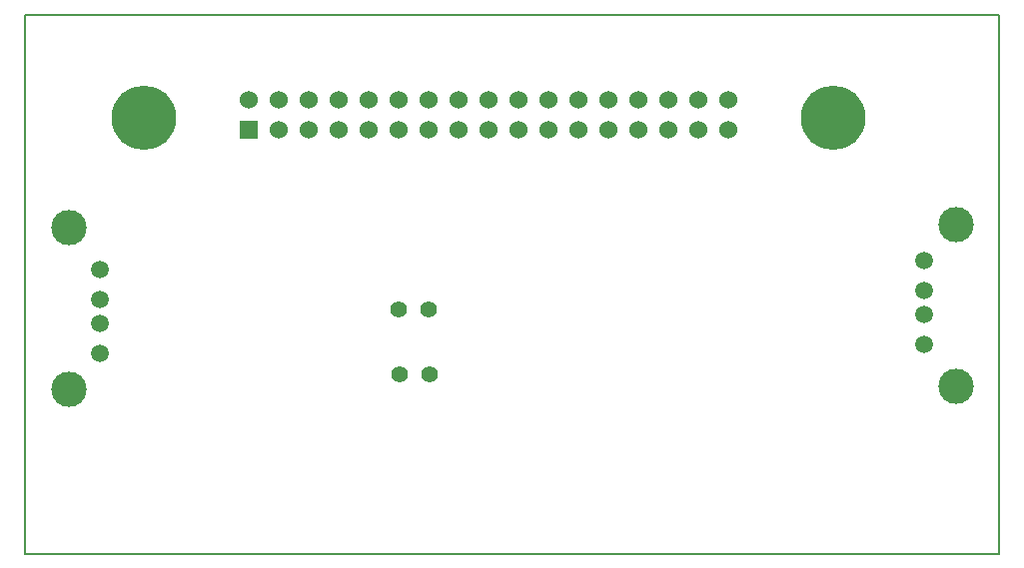
<source format=gbl>
G04 #@! TF.FileFunction,Copper,L2,Bot,Signal*
%FSLAX46Y46*%
G04 Gerber Fmt 4.6, Leading zero omitted, Abs format (unit mm)*
G04 Created by KiCad (PCBNEW 4.0.2-4+6225~38~ubuntu14.04.1-stable) date Fri 25 Mar 2016 04:25:24 PM CET*
%MOMM*%
G01*
G04 APERTURE LIST*
%ADD10C,0.150000*%
%ADD11C,1.501140*%
%ADD12C,2.999740*%
%ADD13R,1.524000X1.524000*%
%ADD14C,1.524000*%
%ADD15C,5.461000*%
%ADD16C,1.397000*%
G04 APERTURE END LIST*
D10*
X219710000Y-93980000D02*
X137160000Y-93980000D01*
X219710000Y-139700000D02*
X219710000Y-93980000D01*
X137160000Y-139700000D02*
X219710000Y-139700000D01*
X137160000Y-93980000D02*
X137160000Y-139700000D01*
D11*
X143512120Y-122682860D03*
X143512120Y-120142860D03*
X143512120Y-118110860D03*
X143512120Y-115570860D03*
D12*
X140845120Y-125730860D03*
X140845120Y-112014860D03*
D11*
X213357880Y-114807140D03*
X213357880Y-117347140D03*
X213357880Y-119379140D03*
X213357880Y-121919140D03*
D12*
X216024880Y-111759140D03*
X216024880Y-125475140D03*
D13*
X156121100Y-103733600D03*
D14*
X156121100Y-101193600D03*
X158661100Y-103733600D03*
X158661100Y-101193600D03*
X161201100Y-103733600D03*
X161201100Y-101193600D03*
X163741100Y-103733600D03*
X163741100Y-101193600D03*
X166281100Y-103733600D03*
X166281100Y-101193600D03*
X168821100Y-103733600D03*
X168821100Y-101193600D03*
X171361100Y-103733600D03*
X171361100Y-101193600D03*
X173901100Y-103733600D03*
X173901100Y-101193600D03*
X176441100Y-103733600D03*
X176441100Y-101193600D03*
X178981100Y-103733600D03*
X178981100Y-101193600D03*
D15*
X147231100Y-102717600D03*
D14*
X181521100Y-103733600D03*
X181521100Y-101193600D03*
X184061100Y-103733600D03*
X184061100Y-101193600D03*
X186601100Y-103733600D03*
X186601100Y-101193600D03*
X189141100Y-103733600D03*
X189141100Y-101193600D03*
X191681100Y-103733600D03*
X191681100Y-101193600D03*
X194221100Y-103733600D03*
X194221100Y-101193600D03*
X196761100Y-103733600D03*
X196761100Y-101193600D03*
D15*
X205651100Y-102717600D03*
D16*
X168910000Y-124460000D03*
X171450000Y-124460000D03*
X168821100Y-118973600D03*
X171361100Y-118973600D03*
M02*

</source>
